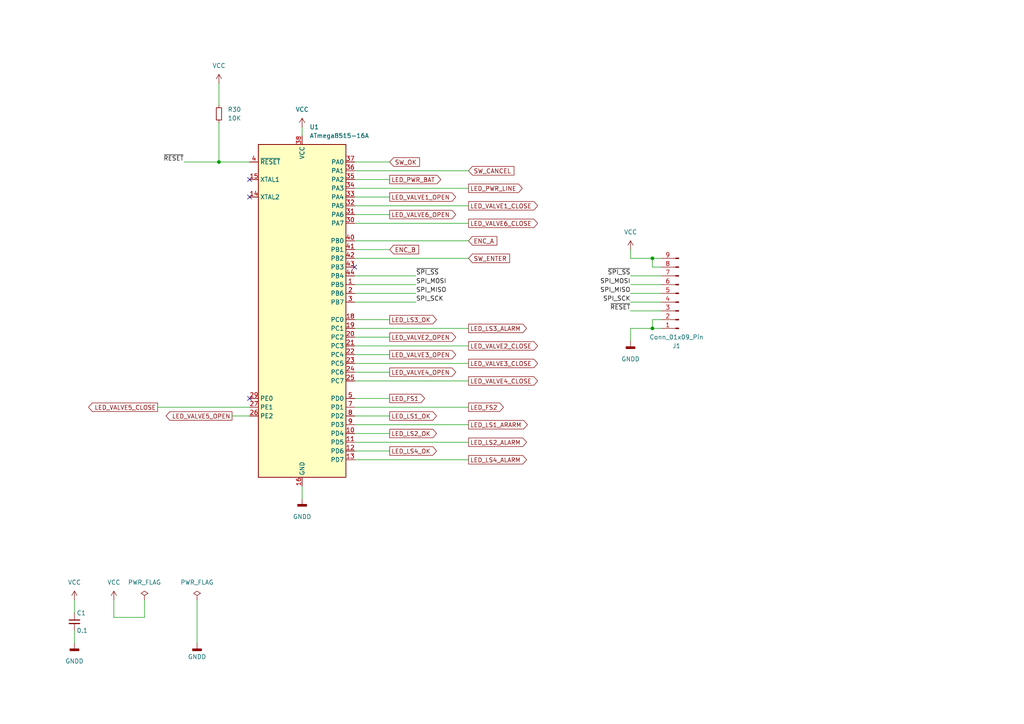
<source format=kicad_sch>
(kicad_sch
	(version 20250114)
	(generator "eeschema")
	(generator_version "9.0")
	(uuid "bac501b0-1d8b-4d84-a9b7-df348e5588fc")
	(paper "A4")
	(lib_symbols
		(symbol "Connector:Conn_01x09_Pin"
			(pin_names
				(offset 1.016)
				(hide yes)
			)
			(exclude_from_sim no)
			(in_bom yes)
			(on_board yes)
			(property "Reference" "J"
				(at 0 12.7 0)
				(effects
					(font
						(size 1.27 1.27)
					)
				)
			)
			(property "Value" "Conn_01x09_Pin"
				(at 0 -12.7 0)
				(effects
					(font
						(size 1.27 1.27)
					)
				)
			)
			(property "Footprint" ""
				(at 0 0 0)
				(effects
					(font
						(size 1.27 1.27)
					)
					(hide yes)
				)
			)
			(property "Datasheet" "~"
				(at 0 0 0)
				(effects
					(font
						(size 1.27 1.27)
					)
					(hide yes)
				)
			)
			(property "Description" "Generic connector, single row, 01x09, script generated"
				(at 0 0 0)
				(effects
					(font
						(size 1.27 1.27)
					)
					(hide yes)
				)
			)
			(property "ki_locked" ""
				(at 0 0 0)
				(effects
					(font
						(size 1.27 1.27)
					)
				)
			)
			(property "ki_keywords" "connector"
				(at 0 0 0)
				(effects
					(font
						(size 1.27 1.27)
					)
					(hide yes)
				)
			)
			(property "ki_fp_filters" "Connector*:*_1x??_*"
				(at 0 0 0)
				(effects
					(font
						(size 1.27 1.27)
					)
					(hide yes)
				)
			)
			(symbol "Conn_01x09_Pin_1_1"
				(rectangle
					(start 0.8636 10.287)
					(end 0 10.033)
					(stroke
						(width 0.1524)
						(type default)
					)
					(fill
						(type outline)
					)
				)
				(rectangle
					(start 0.8636 7.747)
					(end 0 7.493)
					(stroke
						(width 0.1524)
						(type default)
					)
					(fill
						(type outline)
					)
				)
				(rectangle
					(start 0.8636 5.207)
					(end 0 4.953)
					(stroke
						(width 0.1524)
						(type default)
					)
					(fill
						(type outline)
					)
				)
				(rectangle
					(start 0.8636 2.667)
					(end 0 2.413)
					(stroke
						(width 0.1524)
						(type default)
					)
					(fill
						(type outline)
					)
				)
				(rectangle
					(start 0.8636 0.127)
					(end 0 -0.127)
					(stroke
						(width 0.1524)
						(type default)
					)
					(fill
						(type outline)
					)
				)
				(rectangle
					(start 0.8636 -2.413)
					(end 0 -2.667)
					(stroke
						(width 0.1524)
						(type default)
					)
					(fill
						(type outline)
					)
				)
				(rectangle
					(start 0.8636 -4.953)
					(end 0 -5.207)
					(stroke
						(width 0.1524)
						(type default)
					)
					(fill
						(type outline)
					)
				)
				(rectangle
					(start 0.8636 -7.493)
					(end 0 -7.747)
					(stroke
						(width 0.1524)
						(type default)
					)
					(fill
						(type outline)
					)
				)
				(rectangle
					(start 0.8636 -10.033)
					(end 0 -10.287)
					(stroke
						(width 0.1524)
						(type default)
					)
					(fill
						(type outline)
					)
				)
				(polyline
					(pts
						(xy 1.27 10.16) (xy 0.8636 10.16)
					)
					(stroke
						(width 0.1524)
						(type default)
					)
					(fill
						(type none)
					)
				)
				(polyline
					(pts
						(xy 1.27 7.62) (xy 0.8636 7.62)
					)
					(stroke
						(width 0.1524)
						(type default)
					)
					(fill
						(type none)
					)
				)
				(polyline
					(pts
						(xy 1.27 5.08) (xy 0.8636 5.08)
					)
					(stroke
						(width 0.1524)
						(type default)
					)
					(fill
						(type none)
					)
				)
				(polyline
					(pts
						(xy 1.27 2.54) (xy 0.8636 2.54)
					)
					(stroke
						(width 0.1524)
						(type default)
					)
					(fill
						(type none)
					)
				)
				(polyline
					(pts
						(xy 1.27 0) (xy 0.8636 0)
					)
					(stroke
						(width 0.1524)
						(type default)
					)
					(fill
						(type none)
					)
				)
				(polyline
					(pts
						(xy 1.27 -2.54) (xy 0.8636 -2.54)
					)
					(stroke
						(width 0.1524)
						(type default)
					)
					(fill
						(type none)
					)
				)
				(polyline
					(pts
						(xy 1.27 -5.08) (xy 0.8636 -5.08)
					)
					(stroke
						(width 0.1524)
						(type default)
					)
					(fill
						(type none)
					)
				)
				(polyline
					(pts
						(xy 1.27 -7.62) (xy 0.8636 -7.62)
					)
					(stroke
						(width 0.1524)
						(type default)
					)
					(fill
						(type none)
					)
				)
				(polyline
					(pts
						(xy 1.27 -10.16) (xy 0.8636 -10.16)
					)
					(stroke
						(width 0.1524)
						(type default)
					)
					(fill
						(type none)
					)
				)
				(pin passive line
					(at 5.08 10.16 180)
					(length 3.81)
					(name "Pin_1"
						(effects
							(font
								(size 1.27 1.27)
							)
						)
					)
					(number "1"
						(effects
							(font
								(size 1.27 1.27)
							)
						)
					)
				)
				(pin passive line
					(at 5.08 7.62 180)
					(length 3.81)
					(name "Pin_2"
						(effects
							(font
								(size 1.27 1.27)
							)
						)
					)
					(number "2"
						(effects
							(font
								(size 1.27 1.27)
							)
						)
					)
				)
				(pin passive line
					(at 5.08 5.08 180)
					(length 3.81)
					(name "Pin_3"
						(effects
							(font
								(size 1.27 1.27)
							)
						)
					)
					(number "3"
						(effects
							(font
								(size 1.27 1.27)
							)
						)
					)
				)
				(pin passive line
					(at 5.08 2.54 180)
					(length 3.81)
					(name "Pin_4"
						(effects
							(font
								(size 1.27 1.27)
							)
						)
					)
					(number "4"
						(effects
							(font
								(size 1.27 1.27)
							)
						)
					)
				)
				(pin passive line
					(at 5.08 0 180)
					(length 3.81)
					(name "Pin_5"
						(effects
							(font
								(size 1.27 1.27)
							)
						)
					)
					(number "5"
						(effects
							(font
								(size 1.27 1.27)
							)
						)
					)
				)
				(pin passive line
					(at 5.08 -2.54 180)
					(length 3.81)
					(name "Pin_6"
						(effects
							(font
								(size 1.27 1.27)
							)
						)
					)
					(number "6"
						(effects
							(font
								(size 1.27 1.27)
							)
						)
					)
				)
				(pin passive line
					(at 5.08 -5.08 180)
					(length 3.81)
					(name "Pin_7"
						(effects
							(font
								(size 1.27 1.27)
							)
						)
					)
					(number "7"
						(effects
							(font
								(size 1.27 1.27)
							)
						)
					)
				)
				(pin passive line
					(at 5.08 -7.62 180)
					(length 3.81)
					(name "Pin_8"
						(effects
							(font
								(size 1.27 1.27)
							)
						)
					)
					(number "8"
						(effects
							(font
								(size 1.27 1.27)
							)
						)
					)
				)
				(pin passive line
					(at 5.08 -10.16 180)
					(length 3.81)
					(name "Pin_9"
						(effects
							(font
								(size 1.27 1.27)
							)
						)
					)
					(number "9"
						(effects
							(font
								(size 1.27 1.27)
							)
						)
					)
				)
			)
			(embedded_fonts no)
		)
		(symbol "Device:C_Small"
			(pin_numbers
				(hide yes)
			)
			(pin_names
				(offset 0.254)
				(hide yes)
			)
			(exclude_from_sim no)
			(in_bom yes)
			(on_board yes)
			(property "Reference" "C"
				(at 0.254 1.778 0)
				(effects
					(font
						(size 1.27 1.27)
					)
					(justify left)
				)
			)
			(property "Value" "C_Small"
				(at 0.254 -2.032 0)
				(effects
					(font
						(size 1.27 1.27)
					)
					(justify left)
				)
			)
			(property "Footprint" ""
				(at 0 0 0)
				(effects
					(font
						(size 1.27 1.27)
					)
					(hide yes)
				)
			)
			(property "Datasheet" "~"
				(at 0 0 0)
				(effects
					(font
						(size 1.27 1.27)
					)
					(hide yes)
				)
			)
			(property "Description" "Unpolarized capacitor, small symbol"
				(at 0 0 0)
				(effects
					(font
						(size 1.27 1.27)
					)
					(hide yes)
				)
			)
			(property "ki_keywords" "capacitor cap"
				(at 0 0 0)
				(effects
					(font
						(size 1.27 1.27)
					)
					(hide yes)
				)
			)
			(property "ki_fp_filters" "C_*"
				(at 0 0 0)
				(effects
					(font
						(size 1.27 1.27)
					)
					(hide yes)
				)
			)
			(symbol "C_Small_0_1"
				(polyline
					(pts
						(xy -1.524 0.508) (xy 1.524 0.508)
					)
					(stroke
						(width 0.3048)
						(type default)
					)
					(fill
						(type none)
					)
				)
				(polyline
					(pts
						(xy -1.524 -0.508) (xy 1.524 -0.508)
					)
					(stroke
						(width 0.3302)
						(type default)
					)
					(fill
						(type none)
					)
				)
			)
			(symbol "C_Small_1_1"
				(pin passive line
					(at 0 2.54 270)
					(length 2.032)
					(name "~"
						(effects
							(font
								(size 1.27 1.27)
							)
						)
					)
					(number "1"
						(effects
							(font
								(size 1.27 1.27)
							)
						)
					)
				)
				(pin passive line
					(at 0 -2.54 90)
					(length 2.032)
					(name "~"
						(effects
							(font
								(size 1.27 1.27)
							)
						)
					)
					(number "2"
						(effects
							(font
								(size 1.27 1.27)
							)
						)
					)
				)
			)
			(embedded_fonts no)
		)
		(symbol "Device:R_Small"
			(pin_numbers
				(hide yes)
			)
			(pin_names
				(offset 0.254)
				(hide yes)
			)
			(exclude_from_sim no)
			(in_bom yes)
			(on_board yes)
			(property "Reference" "R"
				(at 0 0 90)
				(effects
					(font
						(size 1.016 1.016)
					)
				)
			)
			(property "Value" "R_Small"
				(at 1.778 0 90)
				(effects
					(font
						(size 1.27 1.27)
					)
				)
			)
			(property "Footprint" ""
				(at 0 0 0)
				(effects
					(font
						(size 1.27 1.27)
					)
					(hide yes)
				)
			)
			(property "Datasheet" "~"
				(at 0 0 0)
				(effects
					(font
						(size 1.27 1.27)
					)
					(hide yes)
				)
			)
			(property "Description" "Resistor, small symbol"
				(at 0 0 0)
				(effects
					(font
						(size 1.27 1.27)
					)
					(hide yes)
				)
			)
			(property "ki_keywords" "R resistor"
				(at 0 0 0)
				(effects
					(font
						(size 1.27 1.27)
					)
					(hide yes)
				)
			)
			(property "ki_fp_filters" "R_*"
				(at 0 0 0)
				(effects
					(font
						(size 1.27 1.27)
					)
					(hide yes)
				)
			)
			(symbol "R_Small_0_1"
				(rectangle
					(start -0.762 1.778)
					(end 0.762 -1.778)
					(stroke
						(width 0.2032)
						(type default)
					)
					(fill
						(type none)
					)
				)
			)
			(symbol "R_Small_1_1"
				(pin passive line
					(at 0 2.54 270)
					(length 0.762)
					(name "~"
						(effects
							(font
								(size 1.27 1.27)
							)
						)
					)
					(number "1"
						(effects
							(font
								(size 1.27 1.27)
							)
						)
					)
				)
				(pin passive line
					(at 0 -2.54 90)
					(length 0.762)
					(name "~"
						(effects
							(font
								(size 1.27 1.27)
							)
						)
					)
					(number "2"
						(effects
							(font
								(size 1.27 1.27)
							)
						)
					)
				)
			)
			(embedded_fonts no)
		)
		(symbol "MCU_Microchip_ATmega:ATmega8515-16A"
			(exclude_from_sim no)
			(in_bom yes)
			(on_board yes)
			(property "Reference" "U"
				(at -12.7 49.53 0)
				(effects
					(font
						(size 1.27 1.27)
					)
					(justify left bottom)
				)
			)
			(property "Value" "ATmega8515-16A"
				(at 2.54 -49.53 0)
				(effects
					(font
						(size 1.27 1.27)
					)
					(justify left top)
				)
			)
			(property "Footprint" "Package_QFP:TQFP-44_10x10mm_P0.8mm"
				(at 0 0 0)
				(effects
					(font
						(size 1.27 1.27)
						(italic yes)
					)
					(hide yes)
				)
			)
			(property "Datasheet" "http://ww1.microchip.com/downloads/en/DeviceDoc/doc2512.pdf"
				(at 0 0 0)
				(effects
					(font
						(size 1.27 1.27)
					)
					(hide yes)
				)
			)
			(property "Description" "16MHz, 8kB Flash, 512B SRAM, 512B EEPROM, TQFP-44"
				(at 0 0 0)
				(effects
					(font
						(size 1.27 1.27)
					)
					(hide yes)
				)
			)
			(property "ki_keywords" "AVR 8bit Microcontroller MegaAVR"
				(at 0 0 0)
				(effects
					(font
						(size 1.27 1.27)
					)
					(hide yes)
				)
			)
			(property "ki_fp_filters" "TQFP*10x10mm*P0.8mm*"
				(at 0 0 0)
				(effects
					(font
						(size 1.27 1.27)
					)
					(hide yes)
				)
			)
			(symbol "ATmega8515-16A_0_1"
				(rectangle
					(start -12.7 -48.26)
					(end 12.7 48.26)
					(stroke
						(width 0.254)
						(type default)
					)
					(fill
						(type background)
					)
				)
			)
			(symbol "ATmega8515-16A_1_1"
				(pin input line
					(at -15.24 43.18 0)
					(length 2.54)
					(name "~{RESET}"
						(effects
							(font
								(size 1.27 1.27)
							)
						)
					)
					(number "4"
						(effects
							(font
								(size 1.27 1.27)
							)
						)
					)
				)
				(pin input line
					(at -15.24 38.1 0)
					(length 2.54)
					(name "XTAL1"
						(effects
							(font
								(size 1.27 1.27)
							)
						)
					)
					(number "15"
						(effects
							(font
								(size 1.27 1.27)
							)
						)
					)
				)
				(pin output line
					(at -15.24 33.02 0)
					(length 2.54)
					(name "XTAL2"
						(effects
							(font
								(size 1.27 1.27)
							)
						)
					)
					(number "14"
						(effects
							(font
								(size 1.27 1.27)
							)
						)
					)
				)
				(pin bidirectional line
					(at -15.24 -25.4 0)
					(length 2.54)
					(name "PE0"
						(effects
							(font
								(size 1.27 1.27)
							)
						)
					)
					(number "29"
						(effects
							(font
								(size 1.27 1.27)
							)
						)
					)
				)
				(pin bidirectional line
					(at -15.24 -27.94 0)
					(length 2.54)
					(name "PE1"
						(effects
							(font
								(size 1.27 1.27)
							)
						)
					)
					(number "27"
						(effects
							(font
								(size 1.27 1.27)
							)
						)
					)
				)
				(pin bidirectional line
					(at -15.24 -30.48 0)
					(length 2.54)
					(name "PE2"
						(effects
							(font
								(size 1.27 1.27)
							)
						)
					)
					(number "26"
						(effects
							(font
								(size 1.27 1.27)
							)
						)
					)
				)
				(pin no_connect line
					(at -12.7 -38.1 0)
					(length 2.54)
					(hide yes)
					(name "NC"
						(effects
							(font
								(size 1.27 1.27)
							)
						)
					)
					(number "6"
						(effects
							(font
								(size 1.27 1.27)
							)
						)
					)
				)
				(pin no_connect line
					(at -12.7 -40.64 0)
					(length 2.54)
					(hide yes)
					(name "NC"
						(effects
							(font
								(size 1.27 1.27)
							)
						)
					)
					(number "17"
						(effects
							(font
								(size 1.27 1.27)
							)
						)
					)
				)
				(pin no_connect line
					(at -12.7 -43.18 0)
					(length 2.54)
					(hide yes)
					(name "NC"
						(effects
							(font
								(size 1.27 1.27)
							)
						)
					)
					(number "28"
						(effects
							(font
								(size 1.27 1.27)
							)
						)
					)
				)
				(pin no_connect line
					(at -12.7 -45.72 0)
					(length 2.54)
					(hide yes)
					(name "NC"
						(effects
							(font
								(size 1.27 1.27)
							)
						)
					)
					(number "39"
						(effects
							(font
								(size 1.27 1.27)
							)
						)
					)
				)
				(pin power_in line
					(at 0 50.8 270)
					(length 2.54)
					(name "VCC"
						(effects
							(font
								(size 1.27 1.27)
							)
						)
					)
					(number "38"
						(effects
							(font
								(size 1.27 1.27)
							)
						)
					)
				)
				(pin power_in line
					(at 0 -50.8 90)
					(length 2.54)
					(name "GND"
						(effects
							(font
								(size 1.27 1.27)
							)
						)
					)
					(number "16"
						(effects
							(font
								(size 1.27 1.27)
							)
						)
					)
				)
				(pin bidirectional line
					(at 15.24 43.18 180)
					(length 2.54)
					(name "PA0"
						(effects
							(font
								(size 1.27 1.27)
							)
						)
					)
					(number "37"
						(effects
							(font
								(size 1.27 1.27)
							)
						)
					)
				)
				(pin bidirectional line
					(at 15.24 40.64 180)
					(length 2.54)
					(name "PA1"
						(effects
							(font
								(size 1.27 1.27)
							)
						)
					)
					(number "36"
						(effects
							(font
								(size 1.27 1.27)
							)
						)
					)
				)
				(pin bidirectional line
					(at 15.24 38.1 180)
					(length 2.54)
					(name "PA2"
						(effects
							(font
								(size 1.27 1.27)
							)
						)
					)
					(number "35"
						(effects
							(font
								(size 1.27 1.27)
							)
						)
					)
				)
				(pin bidirectional line
					(at 15.24 35.56 180)
					(length 2.54)
					(name "PA3"
						(effects
							(font
								(size 1.27 1.27)
							)
						)
					)
					(number "34"
						(effects
							(font
								(size 1.27 1.27)
							)
						)
					)
				)
				(pin bidirectional line
					(at 15.24 33.02 180)
					(length 2.54)
					(name "PA4"
						(effects
							(font
								(size 1.27 1.27)
							)
						)
					)
					(number "33"
						(effects
							(font
								(size 1.27 1.27)
							)
						)
					)
				)
				(pin bidirectional line
					(at 15.24 30.48 180)
					(length 2.54)
					(name "PA5"
						(effects
							(font
								(size 1.27 1.27)
							)
						)
					)
					(number "32"
						(effects
							(font
								(size 1.27 1.27)
							)
						)
					)
				)
				(pin bidirectional line
					(at 15.24 27.94 180)
					(length 2.54)
					(name "PA6"
						(effects
							(font
								(size 1.27 1.27)
							)
						)
					)
					(number "31"
						(effects
							(font
								(size 1.27 1.27)
							)
						)
					)
				)
				(pin bidirectional line
					(at 15.24 25.4 180)
					(length 2.54)
					(name "PA7"
						(effects
							(font
								(size 1.27 1.27)
							)
						)
					)
					(number "30"
						(effects
							(font
								(size 1.27 1.27)
							)
						)
					)
				)
				(pin bidirectional line
					(at 15.24 20.32 180)
					(length 2.54)
					(name "PB0"
						(effects
							(font
								(size 1.27 1.27)
							)
						)
					)
					(number "40"
						(effects
							(font
								(size 1.27 1.27)
							)
						)
					)
				)
				(pin bidirectional line
					(at 15.24 17.78 180)
					(length 2.54)
					(name "PB1"
						(effects
							(font
								(size 1.27 1.27)
							)
						)
					)
					(number "41"
						(effects
							(font
								(size 1.27 1.27)
							)
						)
					)
				)
				(pin bidirectional line
					(at 15.24 15.24 180)
					(length 2.54)
					(name "PB2"
						(effects
							(font
								(size 1.27 1.27)
							)
						)
					)
					(number "42"
						(effects
							(font
								(size 1.27 1.27)
							)
						)
					)
				)
				(pin bidirectional line
					(at 15.24 12.7 180)
					(length 2.54)
					(name "PB3"
						(effects
							(font
								(size 1.27 1.27)
							)
						)
					)
					(number "43"
						(effects
							(font
								(size 1.27 1.27)
							)
						)
					)
				)
				(pin bidirectional line
					(at 15.24 10.16 180)
					(length 2.54)
					(name "PB4"
						(effects
							(font
								(size 1.27 1.27)
							)
						)
					)
					(number "44"
						(effects
							(font
								(size 1.27 1.27)
							)
						)
					)
				)
				(pin bidirectional line
					(at 15.24 7.62 180)
					(length 2.54)
					(name "PB5"
						(effects
							(font
								(size 1.27 1.27)
							)
						)
					)
					(number "1"
						(effects
							(font
								(size 1.27 1.27)
							)
						)
					)
				)
				(pin bidirectional line
					(at 15.24 5.08 180)
					(length 2.54)
					(name "PB6"
						(effects
							(font
								(size 1.27 1.27)
							)
						)
					)
					(number "2"
						(effects
							(font
								(size 1.27 1.27)
							)
						)
					)
				)
				(pin bidirectional line
					(at 15.24 2.54 180)
					(length 2.54)
					(name "PB7"
						(effects
							(font
								(size 1.27 1.27)
							)
						)
					)
					(number "3"
						(effects
							(font
								(size 1.27 1.27)
							)
						)
					)
				)
				(pin bidirectional line
					(at 15.24 -2.54 180)
					(length 2.54)
					(name "PC0"
						(effects
							(font
								(size 1.27 1.27)
							)
						)
					)
					(number "18"
						(effects
							(font
								(size 1.27 1.27)
							)
						)
					)
				)
				(pin bidirectional line
					(at 15.24 -5.08 180)
					(length 2.54)
					(name "PC1"
						(effects
							(font
								(size 1.27 1.27)
							)
						)
					)
					(number "19"
						(effects
							(font
								(size 1.27 1.27)
							)
						)
					)
				)
				(pin bidirectional line
					(at 15.24 -7.62 180)
					(length 2.54)
					(name "PC2"
						(effects
							(font
								(size 1.27 1.27)
							)
						)
					)
					(number "20"
						(effects
							(font
								(size 1.27 1.27)
							)
						)
					)
				)
				(pin bidirectional line
					(at 15.24 -10.16 180)
					(length 2.54)
					(name "PC3"
						(effects
							(font
								(size 1.27 1.27)
							)
						)
					)
					(number "21"
						(effects
							(font
								(size 1.27 1.27)
							)
						)
					)
				)
				(pin bidirectional line
					(at 15.24 -12.7 180)
					(length 2.54)
					(name "PC4"
						(effects
							(font
								(size 1.27 1.27)
							)
						)
					)
					(number "22"
						(effects
							(font
								(size 1.27 1.27)
							)
						)
					)
				)
				(pin bidirectional line
					(at 15.24 -15.24 180)
					(length 2.54)
					(name "PC5"
						(effects
							(font
								(size 1.27 1.27)
							)
						)
					)
					(number "23"
						(effects
							(font
								(size 1.27 1.27)
							)
						)
					)
				)
				(pin bidirectional line
					(at 15.24 -17.78 180)
					(length 2.54)
					(name "PC6"
						(effects
							(font
								(size 1.27 1.27)
							)
						)
					)
					(number "24"
						(effects
							(font
								(size 1.27 1.27)
							)
						)
					)
				)
				(pin bidirectional line
					(at 15.24 -20.32 180)
					(length 2.54)
					(name "PC7"
						(effects
							(font
								(size 1.27 1.27)
							)
						)
					)
					(number "25"
						(effects
							(font
								(size 1.27 1.27)
							)
						)
					)
				)
				(pin bidirectional line
					(at 15.24 -25.4 180)
					(length 2.54)
					(name "PD0"
						(effects
							(font
								(size 1.27 1.27)
							)
						)
					)
					(number "5"
						(effects
							(font
								(size 1.27 1.27)
							)
						)
					)
				)
				(pin bidirectional line
					(at 15.24 -27.94 180)
					(length 2.54)
					(name "PD1"
						(effects
							(font
								(size 1.27 1.27)
							)
						)
					)
					(number "7"
						(effects
							(font
								(size 1.27 1.27)
							)
						)
					)
				)
				(pin bidirectional line
					(at 15.24 -30.48 180)
					(length 2.54)
					(name "PD2"
						(effects
							(font
								(size 1.27 1.27)
							)
						)
					)
					(number "8"
						(effects
							(font
								(size 1.27 1.27)
							)
						)
					)
				)
				(pin bidirectional line
					(at 15.24 -33.02 180)
					(length 2.54)
					(name "PD3"
						(effects
							(font
								(size 1.27 1.27)
							)
						)
					)
					(number "9"
						(effects
							(font
								(size 1.27 1.27)
							)
						)
					)
				)
				(pin bidirectional line
					(at 15.24 -35.56 180)
					(length 2.54)
					(name "PD4"
						(effects
							(font
								(size 1.27 1.27)
							)
						)
					)
					(number "10"
						(effects
							(font
								(size 1.27 1.27)
							)
						)
					)
				)
				(pin bidirectional line
					(at 15.24 -38.1 180)
					(length 2.54)
					(name "PD5"
						(effects
							(font
								(size 1.27 1.27)
							)
						)
					)
					(number "11"
						(effects
							(font
								(size 1.27 1.27)
							)
						)
					)
				)
				(pin bidirectional line
					(at 15.24 -40.64 180)
					(length 2.54)
					(name "PD6"
						(effects
							(font
								(size 1.27 1.27)
							)
						)
					)
					(number "12"
						(effects
							(font
								(size 1.27 1.27)
							)
						)
					)
				)
				(pin bidirectional line
					(at 15.24 -43.18 180)
					(length 2.54)
					(name "PD7"
						(effects
							(font
								(size 1.27 1.27)
							)
						)
					)
					(number "13"
						(effects
							(font
								(size 1.27 1.27)
							)
						)
					)
				)
			)
			(embedded_fonts no)
		)
		(symbol "power:GNDD"
			(power)
			(pin_numbers
				(hide yes)
			)
			(pin_names
				(offset 0)
				(hide yes)
			)
			(exclude_from_sim no)
			(in_bom yes)
			(on_board yes)
			(property "Reference" "#PWR"
				(at 0 -6.35 0)
				(effects
					(font
						(size 1.27 1.27)
					)
					(hide yes)
				)
			)
			(property "Value" "GNDD"
				(at 0 -3.175 0)
				(effects
					(font
						(size 1.27 1.27)
					)
				)
			)
			(property "Footprint" ""
				(at 0 0 0)
				(effects
					(font
						(size 1.27 1.27)
					)
					(hide yes)
				)
			)
			(property "Datasheet" ""
				(at 0 0 0)
				(effects
					(font
						(size 1.27 1.27)
					)
					(hide yes)
				)
			)
			(property "Description" "Power symbol creates a global label with name \"GNDD\" , digital ground"
				(at 0 0 0)
				(effects
					(font
						(size 1.27 1.27)
					)
					(hide yes)
				)
			)
			(property "ki_keywords" "global power"
				(at 0 0 0)
				(effects
					(font
						(size 1.27 1.27)
					)
					(hide yes)
				)
			)
			(symbol "GNDD_0_1"
				(rectangle
					(start -1.27 -1.524)
					(end 1.27 -2.032)
					(stroke
						(width 0.254)
						(type default)
					)
					(fill
						(type outline)
					)
				)
				(polyline
					(pts
						(xy 0 0) (xy 0 -1.524)
					)
					(stroke
						(width 0)
						(type default)
					)
					(fill
						(type none)
					)
				)
			)
			(symbol "GNDD_1_1"
				(pin power_in line
					(at 0 0 270)
					(length 0)
					(name "~"
						(effects
							(font
								(size 1.27 1.27)
							)
						)
					)
					(number "1"
						(effects
							(font
								(size 1.27 1.27)
							)
						)
					)
				)
			)
			(embedded_fonts no)
		)
		(symbol "power:PWR_FLAG"
			(power)
			(pin_numbers
				(hide yes)
			)
			(pin_names
				(offset 0)
				(hide yes)
			)
			(exclude_from_sim no)
			(in_bom yes)
			(on_board yes)
			(property "Reference" "#FLG"
				(at 0 1.905 0)
				(effects
					(font
						(size 1.27 1.27)
					)
					(hide yes)
				)
			)
			(property "Value" "PWR_FLAG"
				(at 0 3.81 0)
				(effects
					(font
						(size 1.27 1.27)
					)
				)
			)
			(property "Footprint" ""
				(at 0 0 0)
				(effects
					(font
						(size 1.27 1.27)
					)
					(hide yes)
				)
			)
			(property "Datasheet" "~"
				(at 0 0 0)
				(effects
					(font
						(size 1.27 1.27)
					)
					(hide yes)
				)
			)
			(property "Description" "Special symbol for telling ERC where power comes from"
				(at 0 0 0)
				(effects
					(font
						(size 1.27 1.27)
					)
					(hide yes)
				)
			)
			(property "ki_keywords" "flag power"
				(at 0 0 0)
				(effects
					(font
						(size 1.27 1.27)
					)
					(hide yes)
				)
			)
			(symbol "PWR_FLAG_0_0"
				(pin power_out line
					(at 0 0 90)
					(length 0)
					(name "~"
						(effects
							(font
								(size 1.27 1.27)
							)
						)
					)
					(number "1"
						(effects
							(font
								(size 1.27 1.27)
							)
						)
					)
				)
			)
			(symbol "PWR_FLAG_0_1"
				(polyline
					(pts
						(xy 0 0) (xy 0 1.27) (xy -1.016 1.905) (xy 0 2.54) (xy 1.016 1.905) (xy 0 1.27)
					)
					(stroke
						(width 0)
						(type default)
					)
					(fill
						(type none)
					)
				)
			)
			(embedded_fonts no)
		)
		(symbol "power:VCC"
			(power)
			(pin_numbers
				(hide yes)
			)
			(pin_names
				(offset 0)
				(hide yes)
			)
			(exclude_from_sim no)
			(in_bom yes)
			(on_board yes)
			(property "Reference" "#PWR"
				(at 0 -3.81 0)
				(effects
					(font
						(size 1.27 1.27)
					)
					(hide yes)
				)
			)
			(property "Value" "VCC"
				(at 0 3.556 0)
				(effects
					(font
						(size 1.27 1.27)
					)
				)
			)
			(property "Footprint" ""
				(at 0 0 0)
				(effects
					(font
						(size 1.27 1.27)
					)
					(hide yes)
				)
			)
			(property "Datasheet" ""
				(at 0 0 0)
				(effects
					(font
						(size 1.27 1.27)
					)
					(hide yes)
				)
			)
			(property "Description" "Power symbol creates a global label with name \"VCC\""
				(at 0 0 0)
				(effects
					(font
						(size 1.27 1.27)
					)
					(hide yes)
				)
			)
			(property "ki_keywords" "global power"
				(at 0 0 0)
				(effects
					(font
						(size 1.27 1.27)
					)
					(hide yes)
				)
			)
			(symbol "VCC_0_1"
				(polyline
					(pts
						(xy -0.762 1.27) (xy 0 2.54)
					)
					(stroke
						(width 0)
						(type default)
					)
					(fill
						(type none)
					)
				)
				(polyline
					(pts
						(xy 0 2.54) (xy 0.762 1.27)
					)
					(stroke
						(width 0)
						(type default)
					)
					(fill
						(type none)
					)
				)
				(polyline
					(pts
						(xy 0 0) (xy 0 2.54)
					)
					(stroke
						(width 0)
						(type default)
					)
					(fill
						(type none)
					)
				)
			)
			(symbol "VCC_1_1"
				(pin power_in line
					(at 0 0 90)
					(length 0)
					(name "~"
						(effects
							(font
								(size 1.27 1.27)
							)
						)
					)
					(number "1"
						(effects
							(font
								(size 1.27 1.27)
							)
						)
					)
				)
			)
			(embedded_fonts no)
		)
	)
	(junction
		(at 189.23 95.25)
		(diameter 0)
		(color 0 0 0 0)
		(uuid "4ab377cf-76ff-4b5f-9480-d65fc9514154")
	)
	(junction
		(at 189.23 74.93)
		(diameter 0)
		(color 0 0 0 0)
		(uuid "9655c12c-9ea1-4af2-9505-2caac7453634")
	)
	(junction
		(at 63.5 46.99)
		(diameter 0)
		(color 0 0 0 0)
		(uuid "9de63f5e-c7e0-4e9c-a104-5e2cae4b3e9a")
	)
	(no_connect
		(at 72.39 52.07)
		(uuid "0260a9b2-8065-428e-9407-3f2ba8eaefb4")
	)
	(no_connect
		(at 72.39 57.15)
		(uuid "276f845e-3a49-42f0-962d-f5bb7e4dabaf")
	)
	(no_connect
		(at 72.39 115.57)
		(uuid "cca1952f-8883-420e-bd6c-2c545b0be940")
	)
	(no_connect
		(at 102.87 77.47)
		(uuid "dfdad9ba-6d14-4990-b6cb-36131138bf5a")
	)
	(wire
		(pts
			(xy 135.89 128.27) (xy 102.87 128.27)
		)
		(stroke
			(width 0)
			(type default)
		)
		(uuid "0317c747-e636-4d55-8711-7ed19c8ee05b")
	)
	(wire
		(pts
			(xy 135.89 54.61) (xy 102.87 54.61)
		)
		(stroke
			(width 0)
			(type default)
		)
		(uuid "0eaf103e-4b51-407d-9e17-7127ec29a158")
	)
	(wire
		(pts
			(xy 135.89 105.41) (xy 102.87 105.41)
		)
		(stroke
			(width 0)
			(type default)
		)
		(uuid "114e2788-c7d4-457e-be2b-4b8604849bc5")
	)
	(wire
		(pts
			(xy 113.03 57.15) (xy 102.87 57.15)
		)
		(stroke
			(width 0)
			(type default)
		)
		(uuid "1980674c-13fd-426e-aa81-0af8a538a12d")
	)
	(wire
		(pts
			(xy 182.88 85.09) (xy 191.77 85.09)
		)
		(stroke
			(width 0)
			(type default)
		)
		(uuid "25e69662-0c23-40c3-bdfd-2a17c1a2a5e6")
	)
	(wire
		(pts
			(xy 191.77 95.25) (xy 189.23 95.25)
		)
		(stroke
			(width 0)
			(type default)
		)
		(uuid "31139a05-0b6e-42d4-8760-424d2e58c09b")
	)
	(wire
		(pts
			(xy 113.03 52.07) (xy 102.87 52.07)
		)
		(stroke
			(width 0)
			(type default)
		)
		(uuid "34312741-9a3c-470c-809e-b40539d23c7d")
	)
	(wire
		(pts
			(xy 135.89 110.49) (xy 102.87 110.49)
		)
		(stroke
			(width 0)
			(type default)
		)
		(uuid "39f1493e-4aae-4e85-8ec1-02cfb270c564")
	)
	(wire
		(pts
			(xy 102.87 64.77) (xy 135.89 64.77)
		)
		(stroke
			(width 0)
			(type default)
		)
		(uuid "3dbcf45a-1516-4930-8aaf-8dcda5494e5c")
	)
	(wire
		(pts
			(xy 182.88 82.55) (xy 191.77 82.55)
		)
		(stroke
			(width 0)
			(type default)
		)
		(uuid "50423124-fd62-4fed-9777-cb78a690af6d")
	)
	(wire
		(pts
			(xy 191.77 77.47) (xy 189.23 77.47)
		)
		(stroke
			(width 0)
			(type default)
		)
		(uuid "51eaca52-88b4-402e-b8a5-efa1c85a5a6a")
	)
	(wire
		(pts
			(xy 182.88 87.63) (xy 191.77 87.63)
		)
		(stroke
			(width 0)
			(type default)
		)
		(uuid "5b709677-d4c5-43ad-af25-a21fb68530d4")
	)
	(wire
		(pts
			(xy 63.5 35.56) (xy 63.5 46.99)
		)
		(stroke
			(width 0)
			(type default)
		)
		(uuid "630eb6d5-9a3d-43d3-8814-d1e0bfa49eb8")
	)
	(wire
		(pts
			(xy 120.65 80.01) (xy 102.87 80.01)
		)
		(stroke
			(width 0)
			(type default)
		)
		(uuid "63368031-a29b-409d-8c26-2c657ef1916a")
	)
	(wire
		(pts
			(xy 191.77 92.71) (xy 189.23 92.71)
		)
		(stroke
			(width 0)
			(type default)
		)
		(uuid "670b4553-efb2-44ae-b3b0-d9b79f18200e")
	)
	(wire
		(pts
			(xy 113.03 46.99) (xy 102.87 46.99)
		)
		(stroke
			(width 0)
			(type default)
		)
		(uuid "6d607b5d-d4e8-4992-822e-87a19301d6c6")
	)
	(wire
		(pts
			(xy 189.23 92.71) (xy 189.23 95.25)
		)
		(stroke
			(width 0)
			(type default)
		)
		(uuid "750db2c2-befa-4c11-b037-0070aff8ca6a")
	)
	(wire
		(pts
			(xy 113.03 115.57) (xy 102.87 115.57)
		)
		(stroke
			(width 0)
			(type default)
		)
		(uuid "7d85c4dc-ed87-4aea-b73a-42c4dc379615")
	)
	(wire
		(pts
			(xy 21.59 182.88) (xy 21.59 186.69)
		)
		(stroke
			(width 0)
			(type default)
		)
		(uuid "7e4df16b-a5c5-4941-9232-0e664dc3db2d")
	)
	(wire
		(pts
			(xy 135.89 69.85) (xy 102.87 69.85)
		)
		(stroke
			(width 0)
			(type default)
		)
		(uuid "7f6d91d7-fd8f-4982-81d7-cfc5f9990b0e")
	)
	(wire
		(pts
			(xy 87.63 140.97) (xy 87.63 144.78)
		)
		(stroke
			(width 0)
			(type default)
		)
		(uuid "8378ddf9-fefb-4b3b-8fc6-f3d29bd5b5a9")
	)
	(wire
		(pts
			(xy 113.03 130.81) (xy 102.87 130.81)
		)
		(stroke
			(width 0)
			(type default)
		)
		(uuid "84cb09d4-4696-45f0-b1a6-e9dfddaa1256")
	)
	(wire
		(pts
			(xy 191.77 74.93) (xy 189.23 74.93)
		)
		(stroke
			(width 0)
			(type default)
		)
		(uuid "87a731ce-a48d-4b33-b26d-301f1bbae5cf")
	)
	(wire
		(pts
			(xy 45.72 118.11) (xy 72.39 118.11)
		)
		(stroke
			(width 0)
			(type default)
		)
		(uuid "8f6291b2-90af-4c4d-885c-66c541787bec")
	)
	(wire
		(pts
			(xy 113.03 92.71) (xy 102.87 92.71)
		)
		(stroke
			(width 0)
			(type default)
		)
		(uuid "90a14803-1e6f-41d2-929a-de5dc1870ae5")
	)
	(wire
		(pts
			(xy 182.88 72.39) (xy 182.88 74.93)
		)
		(stroke
			(width 0)
			(type default)
		)
		(uuid "92df6124-664b-4737-8088-e36720fc3a5b")
	)
	(wire
		(pts
			(xy 135.89 49.53) (xy 102.87 49.53)
		)
		(stroke
			(width 0)
			(type default)
		)
		(uuid "9497ada2-f328-45da-a061-8a4008d7001d")
	)
	(wire
		(pts
			(xy 135.89 133.35) (xy 102.87 133.35)
		)
		(stroke
			(width 0)
			(type default)
		)
		(uuid "9645ceed-995f-485c-9ee1-5679235f364e")
	)
	(wire
		(pts
			(xy 135.89 74.93) (xy 102.87 74.93)
		)
		(stroke
			(width 0)
			(type default)
		)
		(uuid "96fdd88b-b4c0-4278-9e90-9643ee614456")
	)
	(wire
		(pts
			(xy 135.89 123.19) (xy 102.87 123.19)
		)
		(stroke
			(width 0)
			(type default)
		)
		(uuid "981f4f4e-a9b4-4c21-8f09-03020c303f07")
	)
	(wire
		(pts
			(xy 182.88 95.25) (xy 182.88 99.06)
		)
		(stroke
			(width 0)
			(type default)
		)
		(uuid "9871f411-8a97-47f4-9252-069f9cb74236")
	)
	(wire
		(pts
			(xy 189.23 95.25) (xy 182.88 95.25)
		)
		(stroke
			(width 0)
			(type default)
		)
		(uuid "9a715727-7b4e-43f6-9b98-862a16bac5ff")
	)
	(wire
		(pts
			(xy 33.02 173.99) (xy 33.02 179.07)
		)
		(stroke
			(width 0)
			(type default)
		)
		(uuid "a4d74c4f-766d-40e8-831b-de0737c0820a")
	)
	(wire
		(pts
			(xy 135.89 59.69) (xy 102.87 59.69)
		)
		(stroke
			(width 0)
			(type default)
		)
		(uuid "a56a8e04-e5a6-4746-8ca3-ad4650713c90")
	)
	(wire
		(pts
			(xy 113.03 107.95) (xy 102.87 107.95)
		)
		(stroke
			(width 0)
			(type default)
		)
		(uuid "a9553729-6d7c-4fb6-83b3-bef789dddeb0")
	)
	(wire
		(pts
			(xy 120.65 87.63) (xy 102.87 87.63)
		)
		(stroke
			(width 0)
			(type default)
		)
		(uuid "aa2bbf53-93ab-4410-8a04-8c0ecf139bf5")
	)
	(wire
		(pts
			(xy 120.65 82.55) (xy 102.87 82.55)
		)
		(stroke
			(width 0)
			(type default)
		)
		(uuid "ac4aff83-193f-4787-98c3-4a95cb9ff6d7")
	)
	(wire
		(pts
			(xy 135.89 100.33) (xy 102.87 100.33)
		)
		(stroke
			(width 0)
			(type default)
		)
		(uuid "acdfe91d-d880-452c-a0f6-97daf39716a7")
	)
	(wire
		(pts
			(xy 135.89 118.11) (xy 102.87 118.11)
		)
		(stroke
			(width 0)
			(type default)
		)
		(uuid "b541fa7b-3eb2-4004-a2aa-81928906e209")
	)
	(wire
		(pts
			(xy 120.65 85.09) (xy 102.87 85.09)
		)
		(stroke
			(width 0)
			(type default)
		)
		(uuid "b5f72993-2fe7-46aa-b8e1-7475cd80b01c")
	)
	(wire
		(pts
			(xy 135.89 95.25) (xy 102.87 95.25)
		)
		(stroke
			(width 0)
			(type default)
		)
		(uuid "b93aeb21-84bd-49d8-9c8e-e36e89225baa")
	)
	(wire
		(pts
			(xy 33.02 179.07) (xy 41.91 179.07)
		)
		(stroke
			(width 0)
			(type default)
		)
		(uuid "baf10320-0995-4301-90c5-dca9b0b9c569")
	)
	(wire
		(pts
			(xy 102.87 62.23) (xy 113.03 62.23)
		)
		(stroke
			(width 0)
			(type default)
		)
		(uuid "bdda40de-0b42-442f-8b25-1e1e0770864a")
	)
	(wire
		(pts
			(xy 57.15 173.99) (xy 57.15 186.69)
		)
		(stroke
			(width 0)
			(type default)
		)
		(uuid "bfd6fb70-0ed4-49b4-906d-57b38040bcd3")
	)
	(wire
		(pts
			(xy 182.88 90.17) (xy 191.77 90.17)
		)
		(stroke
			(width 0)
			(type default)
		)
		(uuid "c5beff16-1e98-4dc5-a6ce-7cea7b197fc3")
	)
	(wire
		(pts
			(xy 87.63 36.83) (xy 87.63 39.37)
		)
		(stroke
			(width 0)
			(type default)
		)
		(uuid "c8835e9e-3449-44d8-8a3e-9d60c5d4734e")
	)
	(wire
		(pts
			(xy 113.03 72.39) (xy 102.87 72.39)
		)
		(stroke
			(width 0)
			(type default)
		)
		(uuid "cb8058aa-f74a-4497-af79-bba6e65f0e9a")
	)
	(wire
		(pts
			(xy 21.59 173.99) (xy 21.59 177.8)
		)
		(stroke
			(width 0)
			(type default)
		)
		(uuid "ce7bf9a2-d8e0-4803-b166-062b885eb61b")
	)
	(wire
		(pts
			(xy 41.91 179.07) (xy 41.91 173.99)
		)
		(stroke
			(width 0)
			(type default)
		)
		(uuid "d2e0ed48-4017-4275-8b25-ef3c86997acf")
	)
	(wire
		(pts
			(xy 189.23 74.93) (xy 189.23 77.47)
		)
		(stroke
			(width 0)
			(type default)
		)
		(uuid "d44ec056-7e80-421c-80ef-cac5e33b8708")
	)
	(wire
		(pts
			(xy 113.03 102.87) (xy 102.87 102.87)
		)
		(stroke
			(width 0)
			(type default)
		)
		(uuid "dc94973b-b9f5-4c40-b7bf-80ac0be407cc")
	)
	(wire
		(pts
			(xy 182.88 74.93) (xy 189.23 74.93)
		)
		(stroke
			(width 0)
			(type default)
		)
		(uuid "de1d2ea7-ccf5-4c1a-aa41-f7e0eea271cb")
	)
	(wire
		(pts
			(xy 63.5 46.99) (xy 72.39 46.99)
		)
		(stroke
			(width 0)
			(type default)
		)
		(uuid "e9aee007-9a7f-47c4-a475-1b44633bb7ad")
	)
	(wire
		(pts
			(xy 63.5 24.13) (xy 63.5 30.48)
		)
		(stroke
			(width 0)
			(type default)
		)
		(uuid "ea323dd1-b00d-4ce0-956d-cb44dd2128d4")
	)
	(wire
		(pts
			(xy 67.31 120.65) (xy 72.39 120.65)
		)
		(stroke
			(width 0)
			(type default)
		)
		(uuid "ebbdc039-44bc-482e-8981-cfb20db845bb")
	)
	(wire
		(pts
			(xy 113.03 120.65) (xy 102.87 120.65)
		)
		(stroke
			(width 0)
			(type default)
		)
		(uuid "f00220c7-6fe9-46dd-9a69-66c507c087be")
	)
	(wire
		(pts
			(xy 53.34 46.99) (xy 63.5 46.99)
		)
		(stroke
			(width 0)
			(type default)
		)
		(uuid "f2203c66-d33b-4bcd-89c5-8bc358d31a1c")
	)
	(wire
		(pts
			(xy 102.87 97.79) (xy 113.03 97.79)
		)
		(stroke
			(width 0)
			(type default)
		)
		(uuid "f8562ec0-33cf-4f87-938b-806e65ed3771")
	)
	(wire
		(pts
			(xy 182.88 80.01) (xy 191.77 80.01)
		)
		(stroke
			(width 0)
			(type default)
		)
		(uuid "f9c4a2e5-bf2d-4aba-8043-3c332f3cfb70")
	)
	(wire
		(pts
			(xy 113.03 125.73) (xy 102.87 125.73)
		)
		(stroke
			(width 0)
			(type default)
		)
		(uuid "fc283ce8-572a-49d5-ab5d-60251a97a0d0")
	)
	(label "SPI_MISO"
		(at 120.65 85.09 0)
		(effects
			(font
				(size 1.27 1.27)
			)
			(justify left bottom)
		)
		(uuid "30a1deee-c0a5-4ac9-be99-689262cdb419")
	)
	(label "~{SPI_SS}"
		(at 120.65 80.01 0)
		(effects
			(font
				(size 1.27 1.27)
			)
			(justify left bottom)
		)
		(uuid "3e1a53b5-b8aa-41ed-a188-fe9483251a35")
	)
	(label "~{SPI_SS}"
		(at 182.88 80.01 180)
		(effects
			(font
				(size 1.27 1.27)
			)
			(justify right bottom)
		)
		(uuid "4f431aa8-3806-4f05-b0b6-c0fe218b0950")
	)
	(label "~{RESET}"
		(at 53.34 46.99 180)
		(effects
			(font
				(size 1.27 1.27)
			)
			(justify right bottom)
		)
		(uuid "5d50b4e2-d37b-4ca5-82ba-db0563cbeb07")
	)
	(label "SPI_SCK"
		(at 120.65 87.63 0)
		(effects
			(font
				(size 1.27 1.27)
			)
			(justify left bottom)
		)
		(uuid "68163ee5-95a5-4dcd-93d0-70a0c9f07af1")
	)
	(label "SPI_MOSI"
		(at 120.65 82.55 0)
		(effects
			(font
				(size 1.27 1.27)
			)
			(justify left bottom)
		)
		(uuid "86969de5-2207-44f6-8f0a-7da7ac97e454")
	)
	(label "SPI_MOSI"
		(at 182.88 82.55 180)
		(effects
			(font
				(size 1.27 1.27)
			)
			(justify right bottom)
		)
		(uuid "c6082b11-3a6b-4059-854a-ea7ceb741497")
	)
	(label "SPI_MISO"
		(at 182.88 85.09 180)
		(effects
			(font
				(size 1.27 1.27)
			)
			(justify right bottom)
		)
		(uuid "d161ac6d-69dd-4581-a20e-2239e648fb02")
	)
	(label "~{RESET}"
		(at 182.88 90.17 180)
		(effects
			(font
				(size 1.27 1.27)
			)
			(justify right bottom)
		)
		(uuid "ee8fdcfd-10c9-45d8-9b36-2d5332342ba3")
	)
	(label "SPI_SCK"
		(at 182.88 87.63 180)
		(effects
			(font
				(size 1.27 1.27)
			)
			(justify right bottom)
		)
		(uuid "fbe4a85b-569c-4e3a-8d8a-638c8e395228")
	)
	(global_label "LED_VALVE1_OPEN"
		(shape output)
		(at 113.03 57.15 0)
		(fields_autoplaced yes)
		(effects
			(font
				(size 1.2446 1.2446)
			)
			(justify left)
		)
		(uuid "01eb54d4-3a29-4df2-969f-27396aec4183")
		(property "Intersheetrefs" "${INTERSHEET_REFS}"
			(at 132.7278 57.15 0)
			(effects
				(font
					(size 1.2446 1.2446)
				)
				(justify left)
				(hide yes)
			)
		)
	)
	(global_label "LED_PWR_BAT"
		(shape output)
		(at 113.03 52.07 0)
		(fields_autoplaced yes)
		(effects
			(font
				(size 1.2446 1.2446)
			)
			(justify left)
		)
		(uuid "07a5b680-e892-4e4c-8323-52fb8dbcc661")
		(property "Intersheetrefs" "${INTERSHEET_REFS}"
			(at 128.4013 52.07 0)
			(effects
				(font
					(size 1.27 1.27)
				)
				(justify left)
				(hide yes)
			)
		)
	)
	(global_label "LED_VALVE3_OPEN"
		(shape output)
		(at 113.03 102.87 0)
		(fields_autoplaced yes)
		(effects
			(font
				(size 1.2446 1.2446)
			)
			(justify left)
		)
		(uuid "0a2947c0-2d48-4f6a-bb1e-a39ab1d8612a")
		(property "Intersheetrefs" "${INTERSHEET_REFS}"
			(at 132.7278 102.87 0)
			(effects
				(font
					(size 1.2446 1.2446)
				)
				(justify left)
				(hide yes)
			)
		)
	)
	(global_label "LED_VALVE1_CLOSE"
		(shape output)
		(at 135.89 59.69 0)
		(fields_autoplaced yes)
		(effects
			(font
				(size 1.2446 1.2446)
			)
			(justify left)
		)
		(uuid "11da98f7-aa42-4316-beec-9a5a5dc26cd4")
		(property "Intersheetrefs" "${INTERSHEET_REFS}"
			(at 156.4767 59.69 0)
			(effects
				(font
					(size 1.2446 1.2446)
				)
				(justify left)
				(hide yes)
			)
		)
	)
	(global_label "SW_ENTER"
		(shape input)
		(at 135.89 74.93 0)
		(fields_autoplaced yes)
		(effects
			(font
				(size 1.27 1.27)
			)
			(justify left)
		)
		(uuid "33e1f091-4f59-48fc-aada-70b40c0174a9")
		(property "Intersheetrefs" "${INTERSHEET_REFS}"
			(at 148.3698 74.93 0)
			(effects
				(font
					(size 1.27 1.27)
				)
				(justify left)
				(hide yes)
			)
		)
	)
	(global_label "LED_LS4_OK"
		(shape output)
		(at 113.03 130.81 0)
		(fields_autoplaced yes)
		(effects
			(font
				(size 1.2446 1.2446)
			)
			(justify left)
		)
		(uuid "3eddcf08-102a-4d0f-8765-c646d73b24ea")
		(property "Intersheetrefs" "${INTERSHEET_REFS}"
			(at 127.1566 130.81 0)
			(effects
				(font
					(size 1.2446 1.2446)
				)
				(justify left)
				(hide yes)
			)
		)
	)
	(global_label "LED_FS2"
		(shape output)
		(at 135.89 118.11 0)
		(fields_autoplaced yes)
		(effects
			(font
				(size 1.2446 1.2446)
			)
			(justify left)
		)
		(uuid "46acc523-aca8-4ce5-b267-d88827e5f8a2")
		(property "Intersheetrefs" "${INTERSHEET_REFS}"
			(at 146.5791 118.11 0)
			(effects
				(font
					(size 1.2446 1.2446)
				)
				(justify left)
				(hide yes)
			)
		)
	)
	(global_label "SW_OK"
		(shape input)
		(at 113.03 46.99 0)
		(fields_autoplaced yes)
		(effects
			(font
				(size 1.27 1.27)
			)
			(justify left)
		)
		(uuid "4a6dc462-53da-4ac5-a4b3-84ef56ade518")
		(property "Intersheetrefs" "${INTERSHEET_REFS}"
			(at 122.2442 46.99 0)
			(effects
				(font
					(size 1.27 1.27)
				)
				(justify left)
				(hide yes)
			)
		)
	)
	(global_label "ENC_A"
		(shape input)
		(at 135.89 69.85 0)
		(fields_autoplaced yes)
		(effects
			(font
				(size 1.27 1.27)
			)
			(justify left)
		)
		(uuid "4bb9dc0b-14d3-48d6-a07c-08342c735d76")
		(property "Intersheetrefs" "${INTERSHEET_REFS}"
			(at 144.6809 69.85 0)
			(effects
				(font
					(size 1.27 1.27)
				)
				(justify left)
				(hide yes)
			)
		)
	)
	(global_label "ENC_B"
		(shape input)
		(at 113.03 72.39 0)
		(fields_autoplaced yes)
		(effects
			(font
				(size 1.27 1.27)
			)
			(justify left)
		)
		(uuid "6091186c-36da-418e-b362-04452a7af14b")
		(property "Intersheetrefs" "${INTERSHEET_REFS}"
			(at 122.0023 72.39 0)
			(effects
				(font
					(size 1.27 1.27)
				)
				(justify left)
				(hide yes)
			)
		)
	)
	(global_label "LED_VALVE2_OPEN"
		(shape output)
		(at 113.03 97.79 0)
		(fields_autoplaced yes)
		(effects
			(font
				(size 1.2446 1.2446)
			)
			(justify left)
		)
		(uuid "60a50b45-740c-489d-bfe2-f87aa54f6474")
		(property "Intersheetrefs" "${INTERSHEET_REFS}"
			(at 132.7278 97.79 0)
			(effects
				(font
					(size 1.2446 1.2446)
				)
				(justify left)
				(hide yes)
			)
		)
	)
	(global_label "SW_CANCEL"
		(shape input)
		(at 135.89 49.53 0)
		(fields_autoplaced yes)
		(effects
			(font
				(size 1.27 1.27)
			)
			(justify left)
		)
		(uuid "7aaa746e-2e9e-4cdc-8627-850120457bbb")
		(property "Intersheetrefs" "${INTERSHEET_REFS}"
			(at 149.6399 49.53 0)
			(effects
				(font
					(size 1.27 1.27)
				)
				(justify left)
				(hide yes)
			)
		)
	)
	(global_label "LED_LS1_ARARM"
		(shape output)
		(at 135.89 123.19 0)
		(fields_autoplaced yes)
		(effects
			(font
				(size 1.2446 1.2446)
			)
			(justify left)
		)
		(uuid "81d06751-f5bd-43da-bebe-2131eefe5948")
		(property "Intersheetrefs" "${INTERSHEET_REFS}"
			(at 153.5133 123.19 0)
			(effects
				(font
					(size 1.2446 1.2446)
				)
				(justify left)
				(hide yes)
			)
		)
	)
	(global_label "LED_VALVE5_CLOSE"
		(shape output)
		(at 45.72 118.11 180)
		(fields_autoplaced yes)
		(effects
			(font
				(size 1.2446 1.2446)
			)
			(justify right)
		)
		(uuid "85d00581-f06d-4820-83fe-b0974e0a561f")
		(property "Intersheetrefs" "${INTERSHEET_REFS}"
			(at 25.1333 118.11 0)
			(effects
				(font
					(size 1.2446 1.2446)
				)
				(justify right)
				(hide yes)
			)
		)
	)
	(global_label "LED_LS3_OK"
		(shape output)
		(at 113.03 92.71 0)
		(fields_autoplaced yes)
		(effects
			(font
				(size 1.2446 1.2446)
			)
			(justify left)
		)
		(uuid "92ced143-2b46-4219-9d90-f899f0a5784e")
		(property "Intersheetrefs" "${INTERSHEET_REFS}"
			(at 127.1566 92.71 0)
			(effects
				(font
					(size 1.2446 1.2446)
				)
				(justify left)
				(hide yes)
			)
		)
	)
	(global_label "LED_LS3_ALARM"
		(shape output)
		(at 135.89 95.25 0)
		(fields_autoplaced yes)
		(effects
			(font
				(size 1.2446 1.2446)
			)
			(justify left)
		)
		(uuid "9f46237e-1734-4915-8539-20f464fc522f")
		(property "Intersheetrefs" "${INTERSHEET_REFS}"
			(at 153.2762 95.25 0)
			(effects
				(font
					(size 1.2446 1.2446)
				)
				(justify left)
				(hide yes)
			)
		)
	)
	(global_label "LED_FS1"
		(shape output)
		(at 113.03 115.57 0)
		(fields_autoplaced yes)
		(effects
			(font
				(size 1.2446 1.2446)
			)
			(justify left)
		)
		(uuid "a19c300f-9856-42f7-8ec3-c0f95a0c4f77")
		(property "Intersheetrefs" "${INTERSHEET_REFS}"
			(at 123.7191 115.57 0)
			(effects
				(font
					(size 1.2446 1.2446)
				)
				(justify left)
				(hide yes)
			)
		)
	)
	(global_label "LED_LS1_OK"
		(shape output)
		(at 113.03 120.65 0)
		(fields_autoplaced yes)
		(effects
			(font
				(size 1.2446 1.2446)
			)
			(justify left)
		)
		(uuid "a4990254-5dbe-46aa-adf2-87ce8eae2a0a")
		(property "Intersheetrefs" "${INTERSHEET_REFS}"
			(at 127.1566 120.65 0)
			(effects
				(font
					(size 1.2446 1.2446)
				)
				(justify left)
				(hide yes)
			)
		)
	)
	(global_label "LED_VALVE2_CLOSE"
		(shape output)
		(at 135.89 100.33 0)
		(fields_autoplaced yes)
		(effects
			(font
				(size 1.2446 1.2446)
			)
			(justify left)
		)
		(uuid "ac66cadf-922c-4cf4-bac4-e45c6587ec54")
		(property "Intersheetrefs" "${INTERSHEET_REFS}"
			(at 156.4767 100.33 0)
			(effects
				(font
					(size 1.2446 1.2446)
				)
				(justify left)
				(hide yes)
			)
		)
	)
	(global_label "LED_VALVE6_OPEN"
		(shape output)
		(at 113.03 62.23 0)
		(fields_autoplaced yes)
		(effects
			(font
				(size 1.2446 1.2446)
			)
			(justify left)
		)
		(uuid "b4e17ae8-131f-443d-a143-97cf166d781d")
		(property "Intersheetrefs" "${INTERSHEET_REFS}"
			(at 132.7278 62.23 0)
			(effects
				(font
					(size 1.2446 1.2446)
				)
				(justify left)
				(hide yes)
			)
		)
	)
	(global_label "LED_LS4_ALARM"
		(shape output)
		(at 135.89 133.35 0)
		(fields_autoplaced yes)
		(effects
			(font
				(size 1.2446 1.2446)
			)
			(justify left)
		)
		(uuid "bb2094df-6349-4af1-9635-1fefe1267aa9")
		(property "Intersheetrefs" "${INTERSHEET_REFS}"
			(at 153.2762 133.35 0)
			(effects
				(font
					(size 1.2446 1.2446)
				)
				(justify left)
				(hide yes)
			)
		)
	)
	(global_label "LED_VALVE5_OPEN"
		(shape output)
		(at 67.31 120.65 180)
		(fields_autoplaced yes)
		(effects
			(font
				(size 1.2446 1.2446)
			)
			(justify right)
		)
		(uuid "c0724d7a-a78a-4c87-9cac-a7d801746679")
		(property "Intersheetrefs" "${INTERSHEET_REFS}"
			(at 47.6122 120.65 0)
			(effects
				(font
					(size 1.2446 1.2446)
				)
				(justify right)
				(hide yes)
			)
		)
	)
	(global_label "LED_VALVE3_CLOSE"
		(shape output)
		(at 135.89 105.41 0)
		(fields_autoplaced yes)
		(effects
			(font
				(size 1.2446 1.2446)
			)
			(justify left)
		)
		(uuid "d0b2bc7d-1341-4615-bbf5-2876fae8029b")
		(property "Intersheetrefs" "${INTERSHEET_REFS}"
			(at 156.4767 105.41 0)
			(effects
				(font
					(size 1.2446 1.2446)
				)
				(justify left)
				(hide yes)
			)
		)
	)
	(global_label "LED_LS2_OK"
		(shape output)
		(at 113.03 125.73 0)
		(fields_autoplaced yes)
		(effects
			(font
				(size 1.2446 1.2446)
			)
			(justify left)
		)
		(uuid "d633ba2d-a98f-486c-ab3a-0b01b660250b")
		(property "Intersheetrefs" "${INTERSHEET_REFS}"
			(at 127.1566 125.73 0)
			(effects
				(font
					(size 1.2446 1.2446)
				)
				(justify left)
				(hide yes)
			)
		)
	)
	(global_label "LED_PWR_LINE"
		(shape output)
		(at 135.89 54.61 0)
		(fields_autoplaced yes)
		(effects
			(font
				(size 1.2446 1.2446)
			)
			(justify left)
		)
		(uuid "e6633bd3-3dc5-4620-af39-064d577ade5f")
		(property "Intersheetrefs" "${INTERSHEET_REFS}"
			(at 152.0318 54.61 0)
			(effects
				(font
					(size 1.27 1.27)
				)
				(justify left)
				(hide yes)
			)
		)
	)
	(global_label "LED_VALVE6_CLOSE"
		(shape output)
		(at 135.89 64.77 0)
		(fields_autoplaced yes)
		(effects
			(font
				(size 1.2446 1.2446)
			)
			(justify left)
		)
		(uuid "eff38ced-e8a1-4a8b-b9f6-4897426d92d1")
		(property "Intersheetrefs" "${INTERSHEET_REFS}"
			(at 156.4767 64.77 0)
			(effects
				(font
					(size 1.2446 1.2446)
				)
				(justify left)
				(hide yes)
			)
		)
	)
	(global_label "LED_LS2_ALARM"
		(shape output)
		(at 135.89 128.27 0)
		(fields_autoplaced yes)
		(effects
			(font
				(size 1.2446 1.2446)
			)
			(justify left)
		)
		(uuid "f7a2c145-e5d8-4d75-8acb-a28784ba0073")
		(property "Intersheetrefs" "${INTERSHEET_REFS}"
			(at 153.2762 128.27 0)
			(effects
				(font
					(size 1.2446 1.2446)
				)
				(justify left)
				(hide yes)
			)
		)
	)
	(global_label "LED_VALVE4_CLOSE"
		(shape output)
		(at 135.89 110.49 0)
		(fields_autoplaced yes)
		(effects
			(font
				(size 1.2446 1.2446)
			)
			(justify left)
		)
		(uuid "fadccd45-1350-4b3a-a16c-d3bbd89a60ae")
		(property "Intersheetrefs" "${INTERSHEET_REFS}"
			(at 156.4767 110.49 0)
			(effects
				(font
					(size 1.2446 1.2446)
				)
				(justify left)
				(hide yes)
			)
		)
	)
	(global_label "LED_VALVE4_OPEN"
		(shape output)
		(at 113.03 107.95 0)
		(fields_autoplaced yes)
		(effects
			(font
				(size 1.2446 1.2446)
			)
			(justify left)
		)
		(uuid "fddeba8b-6225-4563-b2e5-72f2022d1de5")
		(property "Intersheetrefs" "${INTERSHEET_REFS}"
			(at 132.7278 107.95 0)
			(effects
				(font
					(size 1.2446 1.2446)
				)
				(justify left)
				(hide yes)
			)
		)
	)
	(symbol
		(lib_id "power:GNDD")
		(at 57.15 186.69 0)
		(unit 1)
		(exclude_from_sim no)
		(in_bom yes)
		(on_board yes)
		(dnp no)
		(fields_autoplaced yes)
		(uuid "024645ca-c099-45a5-9ce4-b04bde4156e5")
		(property "Reference" "#PWR030"
			(at 57.15 193.04 0)
			(effects
				(font
					(size 1.27 1.27)
				)
				(hide yes)
			)
		)
		(property "Value" "GNDD"
			(at 57.15 190.5 0)
			(effects
				(font
					(size 1.27 1.27)
				)
			)
		)
		(property "Footprint" ""
			(at 57.15 186.69 0)
			(effects
				(font
					(size 1.27 1.27)
				)
				(hide yes)
			)
		)
		(property "Datasheet" ""
			(at 57.15 186.69 0)
			(effects
				(font
					(size 1.27 1.27)
				)
				(hide yes)
			)
		)
		(property "Description" "Power symbol creates a global label with name \"GNDD\" , digital ground"
			(at 57.15 186.69 0)
			(effects
				(font
					(size 1.27 1.27)
				)
				(hide yes)
			)
		)
		(pin "1"
			(uuid "8df991c9-1ea0-4af9-a0ad-3c034d2cb836")
		)
		(instances
			(project ""
				(path "/679cfdcb-a9ce-49f0-a1cd-1c31c6cbb73b/834b7220-a2be-4d3d-ab64-934b5cd0ed96"
					(reference "#PWR030")
					(unit 1)
				)
			)
		)
	)
	(symbol
		(lib_id "Device:R_Small")
		(at 63.5 33.02 180)
		(unit 1)
		(exclude_from_sim no)
		(in_bom yes)
		(on_board yes)
		(dnp no)
		(fields_autoplaced yes)
		(uuid "2a89ce26-5d82-4dcf-8358-b75526ea0bbc")
		(property "Reference" "R30"
			(at 66.04 31.7499 0)
			(effects
				(font
					(size 1.27 1.27)
				)
				(justify right)
			)
		)
		(property "Value" "10K"
			(at 66.04 34.2899 0)
			(effects
				(font
					(size 1.27 1.27)
				)
				(justify right)
			)
		)
		(property "Footprint" "Resistor_SMD:R_0805_2012Metric"
			(at 63.5 33.02 0)
			(effects
				(font
					(size 1.27 1.27)
				)
				(hide yes)
			)
		)
		(property "Datasheet" "~"
			(at 63.5 33.02 0)
			(effects
				(font
					(size 1.27 1.27)
				)
				(hide yes)
			)
		)
		(property "Description" "Resistor, small symbol"
			(at 63.5 33.02 0)
			(effects
				(font
					(size 1.27 1.27)
				)
				(hide yes)
			)
		)
		(pin "1"
			(uuid "8f8855c6-530d-45a3-b0a6-22a21257102b")
		)
		(pin "2"
			(uuid "2fa5eca7-eebb-4c79-b25f-ce577a5f3331")
		)
		(instances
			(project "plumbing_controller_ui"
				(path "/679cfdcb-a9ce-49f0-a1cd-1c31c6cbb73b/834b7220-a2be-4d3d-ab64-934b5cd0ed96"
					(reference "R30")
					(unit 1)
				)
			)
		)
	)
	(symbol
		(lib_id "power:VCC")
		(at 63.5 24.13 0)
		(unit 1)
		(exclude_from_sim no)
		(in_bom yes)
		(on_board yes)
		(dnp no)
		(fields_autoplaced yes)
		(uuid "5491a7d9-4735-40c0-81a4-93b709ef619d")
		(property "Reference" "#PWR024"
			(at 63.5 27.94 0)
			(effects
				(font
					(size 1.27 1.27)
				)
				(hide yes)
			)
		)
		(property "Value" "VCC"
			(at 63.5 19.05 0)
			(effects
				(font
					(size 1.27 1.27)
				)
			)
		)
		(property "Footprint" ""
			(at 63.5 24.13 0)
			(effects
				(font
					(size 1.27 1.27)
				)
				(hide yes)
			)
		)
		(property "Datasheet" ""
			(at 63.5 24.13 0)
			(effects
				(font
					(size 1.27 1.27)
				)
				(hide yes)
			)
		)
		(property "Description" "Power symbol creates a global label with name \"VCC\""
			(at 63.5 24.13 0)
			(effects
				(font
					(size 1.27 1.27)
				)
				(hide yes)
			)
		)
		(pin "1"
			(uuid "afaefad3-a022-48a0-bd87-bf4adefa2646")
		)
		(instances
			(project "plumbing_controller_ui"
				(path "/679cfdcb-a9ce-49f0-a1cd-1c31c6cbb73b/834b7220-a2be-4d3d-ab64-934b5cd0ed96"
					(reference "#PWR024")
					(unit 1)
				)
			)
		)
	)
	(symbol
		(lib_id "power:PWR_FLAG")
		(at 57.15 173.99 0)
		(unit 1)
		(exclude_from_sim no)
		(in_bom yes)
		(on_board yes)
		(dnp no)
		(fields_autoplaced yes)
		(uuid "5aaafbc9-3522-448c-99f6-2fcdb537f057")
		(property "Reference" "#FLG02"
			(at 57.15 172.085 0)
			(effects
				(font
					(size 1.27 1.27)
				)
				(hide yes)
			)
		)
		(property "Value" "PWR_FLAG"
			(at 57.15 168.91 0)
			(effects
				(font
					(size 1.27 1.27)
				)
			)
		)
		(property "Footprint" ""
			(at 57.15 173.99 0)
			(effects
				(font
					(size 1.27 1.27)
				)
				(hide yes)
			)
		)
		(property "Datasheet" "~"
			(at 57.15 173.99 0)
			(effects
				(font
					(size 1.27 1.27)
				)
				(hide yes)
			)
		)
		(property "Description" "Special symbol for telling ERC where power comes from"
			(at 57.15 173.99 0)
			(effects
				(font
					(size 1.27 1.27)
				)
				(hide yes)
			)
		)
		(pin "1"
			(uuid "f6412881-4e8f-49f0-bcb2-13934643002c")
		)
		(instances
			(project "plumbing_controller_ui"
				(path "/679cfdcb-a9ce-49f0-a1cd-1c31c6cbb73b/834b7220-a2be-4d3d-ab64-934b5cd0ed96"
					(reference "#FLG02")
					(unit 1)
				)
			)
		)
	)
	(symbol
		(lib_id "power:GNDD")
		(at 21.59 186.69 0)
		(unit 1)
		(exclude_from_sim no)
		(in_bom yes)
		(on_board yes)
		(dnp no)
		(fields_autoplaced yes)
		(uuid "71e0dae5-bea5-44b6-ba9a-31e3c935a13d")
		(property "Reference" "#PWR023"
			(at 21.59 193.04 0)
			(effects
				(font
					(size 1.27 1.27)
				)
				(hide yes)
			)
		)
		(property "Value" "GNDD"
			(at 21.59 191.77 0)
			(effects
				(font
					(size 1.27 1.27)
				)
			)
		)
		(property "Footprint" ""
			(at 21.59 186.69 0)
			(effects
				(font
					(size 1.27 1.27)
				)
				(hide yes)
			)
		)
		(property "Datasheet" ""
			(at 21.59 186.69 0)
			(effects
				(font
					(size 1.27 1.27)
				)
				(hide yes)
			)
		)
		(property "Description" "Power symbol creates a global label with name \"GNDD\" , digital ground"
			(at 21.59 186.69 0)
			(effects
				(font
					(size 1.27 1.27)
				)
				(hide yes)
			)
		)
		(pin "1"
			(uuid "030f52ce-9e6d-454e-87bb-68743beeb259")
		)
		(instances
			(project "plumbing_controller_ui"
				(path "/679cfdcb-a9ce-49f0-a1cd-1c31c6cbb73b/834b7220-a2be-4d3d-ab64-934b5cd0ed96"
					(reference "#PWR023")
					(unit 1)
				)
			)
		)
	)
	(symbol
		(lib_id "power:VCC")
		(at 87.63 36.83 0)
		(unit 1)
		(exclude_from_sim no)
		(in_bom yes)
		(on_board yes)
		(dnp no)
		(fields_autoplaced yes)
		(uuid "78dea7ae-8ea7-47b6-967a-719e8b42d3a1")
		(property "Reference" "#PWR025"
			(at 87.63 40.64 0)
			(effects
				(font
					(size 1.27 1.27)
				)
				(hide yes)
			)
		)
		(property "Value" "VCC"
			(at 87.63 31.75 0)
			(effects
				(font
					(size 1.27 1.27)
				)
			)
		)
		(property "Footprint" ""
			(at 87.63 36.83 0)
			(effects
				(font
					(size 1.27 1.27)
				)
				(hide yes)
			)
		)
		(property "Datasheet" ""
			(at 87.63 36.83 0)
			(effects
				(font
					(size 1.27 1.27)
				)
				(hide yes)
			)
		)
		(property "Description" "Power symbol creates a global label with name \"VCC\""
			(at 87.63 36.83 0)
			(effects
				(font
					(size 1.27 1.27)
				)
				(hide yes)
			)
		)
		(pin "1"
			(uuid "e982e7e4-dd63-4f62-98e9-92d82be79461")
		)
		(instances
			(project "plumbing_controller_ui"
				(path "/679cfdcb-a9ce-49f0-a1cd-1c31c6cbb73b/834b7220-a2be-4d3d-ab64-934b5cd0ed96"
					(reference "#PWR025")
					(unit 1)
				)
			)
		)
	)
	(symbol
		(lib_id "power:PWR_FLAG")
		(at 41.91 173.99 0)
		(unit 1)
		(exclude_from_sim no)
		(in_bom yes)
		(on_board yes)
		(dnp no)
		(fields_autoplaced yes)
		(uuid "7e5881af-6978-4f6e-936c-71fb9edb4621")
		(property "Reference" "#FLG01"
			(at 41.91 172.085 0)
			(effects
				(font
					(size 1.27 1.27)
				)
				(hide yes)
			)
		)
		(property "Value" "PWR_FLAG"
			(at 41.91 168.91 0)
			(effects
				(font
					(size 1.27 1.27)
				)
			)
		)
		(property "Footprint" ""
			(at 41.91 173.99 0)
			(effects
				(font
					(size 1.27 1.27)
				)
				(hide yes)
			)
		)
		(property "Datasheet" "~"
			(at 41.91 173.99 0)
			(effects
				(font
					(size 1.27 1.27)
				)
				(hide yes)
			)
		)
		(property "Description" "Special symbol for telling ERC where power comes from"
			(at 41.91 173.99 0)
			(effects
				(font
					(size 1.27 1.27)
				)
				(hide yes)
			)
		)
		(pin "1"
			(uuid "cc6adcd6-298d-4968-9ac8-5749928324a6")
		)
		(instances
			(project ""
				(path "/679cfdcb-a9ce-49f0-a1cd-1c31c6cbb73b/834b7220-a2be-4d3d-ab64-934b5cd0ed96"
					(reference "#FLG01")
					(unit 1)
				)
			)
		)
	)
	(symbol
		(lib_id "power:VCC")
		(at 21.59 173.99 0)
		(unit 1)
		(exclude_from_sim no)
		(in_bom yes)
		(on_board yes)
		(dnp no)
		(fields_autoplaced yes)
		(uuid "7e6585b9-82c9-4ff0-8fae-cab5114ff31c")
		(property "Reference" "#PWR022"
			(at 21.59 177.8 0)
			(effects
				(font
					(size 1.27 1.27)
				)
				(hide yes)
			)
		)
		(property "Value" "VCC"
			(at 21.59 168.91 0)
			(effects
				(font
					(size 1.27 1.27)
				)
			)
		)
		(property "Footprint" ""
			(at 21.59 173.99 0)
			(effects
				(font
					(size 1.27 1.27)
				)
				(hide yes)
			)
		)
		(property "Datasheet" ""
			(at 21.59 173.99 0)
			(effects
				(font
					(size 1.27 1.27)
				)
				(hide yes)
			)
		)
		(property "Description" "Power symbol creates a global label with name \"VCC\""
			(at 21.59 173.99 0)
			(effects
				(font
					(size 1.27 1.27)
				)
				(hide yes)
			)
		)
		(pin "1"
			(uuid "a8118480-c174-4ba4-a749-ad431e1067bb")
		)
		(instances
			(project "plumbing_controller_ui"
				(path "/679cfdcb-a9ce-49f0-a1cd-1c31c6cbb73b/834b7220-a2be-4d3d-ab64-934b5cd0ed96"
					(reference "#PWR022")
					(unit 1)
				)
			)
		)
	)
	(symbol
		(lib_id "power:VCC")
		(at 33.02 173.99 0)
		(mirror y)
		(unit 1)
		(exclude_from_sim no)
		(in_bom yes)
		(on_board yes)
		(dnp no)
		(fields_autoplaced yes)
		(uuid "8658dec1-d6b0-44ec-b8d5-ecf88f08d1f3")
		(property "Reference" "#PWR029"
			(at 33.02 177.8 0)
			(effects
				(font
					(size 1.27 1.27)
				)
				(hide yes)
			)
		)
		(property "Value" "VCC"
			(at 33.02 168.91 0)
			(effects
				(font
					(size 1.27 1.27)
				)
			)
		)
		(property "Footprint" ""
			(at 33.02 173.99 0)
			(effects
				(font
					(size 1.27 1.27)
				)
				(hide yes)
			)
		)
		(property "Datasheet" ""
			(at 33.02 173.99 0)
			(effects
				(font
					(size 1.27 1.27)
				)
				(hide yes)
			)
		)
		(property "Description" "Power symbol creates a global label with name \"VCC\""
			(at 33.02 173.99 0)
			(effects
				(font
					(size 1.27 1.27)
				)
				(hide yes)
			)
		)
		(pin "1"
			(uuid "365dd7d1-30da-4ba2-b295-6e197147ee37")
		)
		(instances
			(project "plumbing_controller_ui"
				(path "/679cfdcb-a9ce-49f0-a1cd-1c31c6cbb73b/834b7220-a2be-4d3d-ab64-934b5cd0ed96"
					(reference "#PWR029")
					(unit 1)
				)
			)
		)
	)
	(symbol
		(lib_id "power:VCC")
		(at 182.88 72.39 0)
		(mirror y)
		(unit 1)
		(exclude_from_sim no)
		(in_bom yes)
		(on_board yes)
		(dnp no)
		(fields_autoplaced yes)
		(uuid "9c2c424c-081a-4b5a-92c8-82fb0fbdaa01")
		(property "Reference" "#PWR027"
			(at 182.88 76.2 0)
			(effects
				(font
					(size 1.27 1.27)
				)
				(hide yes)
			)
		)
		(property "Value" "VCC"
			(at 182.88 67.31 0)
			(effects
				(font
					(size 1.27 1.27)
				)
			)
		)
		(property "Footprint" ""
			(at 182.88 72.39 0)
			(effects
				(font
					(size 1.27 1.27)
				)
				(hide yes)
			)
		)
		(property "Datasheet" ""
			(at 182.88 72.39 0)
			(effects
				(font
					(size 1.27 1.27)
				)
				(hide yes)
			)
		)
		(property "Description" "Power symbol creates a global label with name \"VCC\""
			(at 182.88 72.39 0)
			(effects
				(font
					(size 1.27 1.27)
				)
				(hide yes)
			)
		)
		(pin "1"
			(uuid "b1b2ed69-4f5c-48d9-9ca7-71129bc2e9f5")
		)
		(instances
			(project ""
				(path "/679cfdcb-a9ce-49f0-a1cd-1c31c6cbb73b/834b7220-a2be-4d3d-ab64-934b5cd0ed96"
					(reference "#PWR027")
					(unit 1)
				)
			)
		)
	)
	(symbol
		(lib_id "Connector:Conn_01x09_Pin")
		(at 196.85 85.09 180)
		(unit 1)
		(exclude_from_sim no)
		(in_bom yes)
		(on_board yes)
		(dnp no)
		(uuid "a2dcdc18-372a-4323-9a74-e68b95cdd6e3")
		(property "Reference" "J1"
			(at 196.215 100.33 0)
			(effects
				(font
					(size 1.27 1.27)
				)
			)
		)
		(property "Value" "Conn_01x09_Pin"
			(at 196.215 97.79 0)
			(effects
				(font
					(size 1.27 1.27)
				)
			)
		)
		(property "Footprint" "Connector_PinHeader_2.54mm:PinHeader_1x09_P2.54mm_Vertical"
			(at 196.85 85.09 0)
			(effects
				(font
					(size 1.27 1.27)
				)
				(hide yes)
			)
		)
		(property "Datasheet" "~"
			(at 196.85 85.09 0)
			(effects
				(font
					(size 1.27 1.27)
				)
				(hide yes)
			)
		)
		(property "Description" "Generic connector, single row, 01x09, script generated"
			(at 196.85 85.09 0)
			(effects
				(font
					(size 1.27 1.27)
				)
				(hide yes)
			)
		)
		(pin "9"
			(uuid "ecde830b-b576-472a-855d-3c50dec74381")
		)
		(pin "4"
			(uuid "e792efbe-4c16-4304-bf53-0248e9729b88")
		)
		(pin "5"
			(uuid "0605855c-7ecf-402e-9f33-e352e26bcced")
		)
		(pin "2"
			(uuid "b7b9a018-7cd8-4c2a-a5a2-d18f76aba216")
		)
		(pin "3"
			(uuid "63ec163b-f513-4723-a57a-3513c3f88a67")
		)
		(pin "8"
			(uuid "7de0a821-5166-4091-a19f-6ef68ae11d0e")
		)
		(pin "1"
			(uuid "1e00f170-90eb-4e3b-8dec-b672cd2b5134")
		)
		(pin "7"
			(uuid "2a0c0449-2047-4757-bb6c-e5e7cbb19bb1")
		)
		(pin "6"
			(uuid "7ea1596c-8474-4788-b598-d229fb12c98d")
		)
		(instances
			(project ""
				(path "/679cfdcb-a9ce-49f0-a1cd-1c31c6cbb73b/834b7220-a2be-4d3d-ab64-934b5cd0ed96"
					(reference "J1")
					(unit 1)
				)
			)
		)
	)
	(symbol
		(lib_id "Device:C_Small")
		(at 21.59 180.34 0)
		(unit 1)
		(exclude_from_sim no)
		(in_bom yes)
		(on_board yes)
		(dnp no)
		(uuid "c3fc47bf-0595-4925-aa3c-26e52c2f7a3b")
		(property "Reference" "C1"
			(at 22.225 177.8 0)
			(effects
				(font
					(size 1.27 1.27)
				)
				(justify left)
			)
		)
		(property "Value" "0.1"
			(at 22.225 182.88 0)
			(effects
				(font
					(size 1.27 1.27)
				)
				(justify left)
			)
		)
		(property "Footprint" "Capacitor_SMD:C_0805_2012Metric"
			(at 21.59 180.34 0)
			(effects
				(font
					(size 1.27 1.27)
				)
				(hide yes)
			)
		)
		(property "Datasheet" "~"
			(at 21.59 180.34 0)
			(effects
				(font
					(size 1.27 1.27)
				)
				(hide yes)
			)
		)
		(property "Description" ""
			(at 21.59 180.34 0)
			(effects
				(font
					(size 1.27 1.27)
				)
			)
		)
		(pin "1"
			(uuid "d99015d9-4b17-410b-90a8-d5007cce2c5a")
		)
		(pin "2"
			(uuid "8d46b671-ac3d-4142-88da-ed727b088e15")
		)
		(instances
			(project "plumbing_controller_ui"
				(path "/679cfdcb-a9ce-49f0-a1cd-1c31c6cbb73b/834b7220-a2be-4d3d-ab64-934b5cd0ed96"
					(reference "C1")
					(unit 1)
				)
			)
		)
	)
	(symbol
		(lib_id "power:GNDD")
		(at 87.63 144.78 0)
		(mirror y)
		(unit 1)
		(exclude_from_sim no)
		(in_bom yes)
		(on_board yes)
		(dnp no)
		(fields_autoplaced yes)
		(uuid "cde7c440-b2d6-4198-be4f-35d6e8898a9c")
		(property "Reference" "#PWR026"
			(at 87.63 151.13 0)
			(effects
				(font
					(size 1.27 1.27)
				)
				(hide yes)
			)
		)
		(property "Value" "GNDD"
			(at 87.63 149.86 0)
			(effects
				(font
					(size 1.27 1.27)
				)
			)
		)
		(property "Footprint" ""
			(at 87.63 144.78 0)
			(effects
				(font
					(size 1.27 1.27)
				)
				(hide yes)
			)
		)
		(property "Datasheet" ""
			(at 87.63 144.78 0)
			(effects
				(font
					(size 1.27 1.27)
				)
				(hide yes)
			)
		)
		(property "Description" "Power symbol creates a global label with name \"GNDD\" , digital ground"
			(at 87.63 144.78 0)
			(effects
				(font
					(size 1.27 1.27)
				)
				(hide yes)
			)
		)
		(pin "1"
			(uuid "2fb467ad-e532-43ff-a105-09d0f2de9710")
		)
		(instances
			(project "plumbing_controller_ui"
				(path "/679cfdcb-a9ce-49f0-a1cd-1c31c6cbb73b/834b7220-a2be-4d3d-ab64-934b5cd0ed96"
					(reference "#PWR026")
					(unit 1)
				)
			)
		)
	)
	(symbol
		(lib_id "power:GNDD")
		(at 182.88 99.06 0)
		(unit 1)
		(exclude_from_sim no)
		(in_bom yes)
		(on_board yes)
		(dnp no)
		(uuid "e6db2459-dd6f-4ea3-9103-6d49538075f0")
		(property "Reference" "#PWR028"
			(at 182.88 105.41 0)
			(effects
				(font
					(size 1.27 1.27)
				)
				(hide yes)
			)
		)
		(property "Value" "GNDD"
			(at 182.88 104.14 0)
			(effects
				(font
					(size 1.27 1.27)
				)
			)
		)
		(property "Footprint" ""
			(at 182.88 99.06 0)
			(effects
				(font
					(size 1.27 1.27)
				)
				(hide yes)
			)
		)
		(property "Datasheet" ""
			(at 182.88 99.06 0)
			(effects
				(font
					(size 1.27 1.27)
				)
				(hide yes)
			)
		)
		(property "Description" "Power symbol creates a global label with name \"GNDD\" , digital ground"
			(at 182.88 99.06 0)
			(effects
				(font
					(size 1.27 1.27)
				)
				(hide yes)
			)
		)
		(pin "1"
			(uuid "5884e201-22e5-4ab6-8dfe-103b8ecf287f")
		)
		(instances
			(project ""
				(path "/679cfdcb-a9ce-49f0-a1cd-1c31c6cbb73b/834b7220-a2be-4d3d-ab64-934b5cd0ed96"
					(reference "#PWR028")
					(unit 1)
				)
			)
		)
	)
	(symbol
		(lib_id "MCU_Microchip_ATmega:ATmega8515-16A")
		(at 87.63 90.17 0)
		(unit 1)
		(exclude_from_sim no)
		(in_bom yes)
		(on_board yes)
		(dnp no)
		(fields_autoplaced yes)
		(uuid "f850e527-af8c-41df-b919-4cdc957eb416")
		(property "Reference" "U1"
			(at 89.7733 36.83 0)
			(effects
				(font
					(size 1.27 1.27)
				)
				(justify left)
			)
		)
		(property "Value" "ATmega8515-16A"
			(at 89.7733 39.37 0)
			(effects
				(font
					(size 1.27 1.27)
				)
				(justify left)
			)
		)
		(property "Footprint" "Package_QFP:TQFP-44_10x10mm_P0.8mm"
			(at 87.63 90.17 0)
			(effects
				(font
					(size 1.27 1.27)
					(italic yes)
				)
				(hide yes)
			)
		)
		(property "Datasheet" "http://ww1.microchip.com/downloads/en/DeviceDoc/doc2512.pdf"
			(at 87.63 90.17 0)
			(effects
				(font
					(size 1.27 1.27)
				)
				(hide yes)
			)
		)
		(property "Description" "16MHz, 8kB Flash, 512B SRAM, 512B EEPROM, TQFP-44"
			(at 87.63 90.17 0)
			(effects
				(font
					(size 1.27 1.27)
				)
				(hide yes)
			)
		)
		(pin "29"
			(uuid "9d777bc0-bb0f-4878-a5a3-d0e89804226d")
		)
		(pin "17"
			(uuid "6f622a85-8821-46e2-848e-bdf1940cef98")
		)
		(pin "16"
			(uuid "b9b70149-eee2-4f48-8b8c-85e57c28024b")
		)
		(pin "37"
			(uuid "b3d85120-4d82-4a05-aa46-be7fbb8212ed")
		)
		(pin "26"
			(uuid "4878a0f3-e5ad-4006-84cd-c5f41bd009bb")
		)
		(pin "36"
			(uuid "345999d6-ceb0-4236-bffa-1b0afa5ff34f")
		)
		(pin "34"
			(uuid "0aa30c03-1ac0-4395-88e4-7c990768c5e5")
		)
		(pin "14"
			(uuid "22378fa9-6d68-45f4-9c3c-a4891bce44e4")
		)
		(pin "39"
			(uuid "1b0b388f-e112-43b9-b683-24c587a2ae47")
		)
		(pin "35"
			(uuid "106e5ff4-1b1c-43d5-a25e-d4a8f6a1ce1d")
		)
		(pin "4"
			(uuid "e138fb85-0ee6-4288-baf2-6c5fa7185b63")
		)
		(pin "28"
			(uuid "462a7ec1-2c40-48b3-a5c7-9a14206eee7c")
		)
		(pin "15"
			(uuid "beac78ef-d675-41dc-bde6-a990cc2dc852")
		)
		(pin "32"
			(uuid "81698f80-2a8c-436e-a67b-4a4b9a9df111")
		)
		(pin "6"
			(uuid "1228c77d-3964-4dcd-96be-3f2dca1ad310")
		)
		(pin "31"
			(uuid "685d7b83-944c-4acb-8d4b-e1e93e2613cd")
		)
		(pin "27"
			(uuid "a0c595d6-503a-4e45-9a3e-772a048ad731")
		)
		(pin "38"
			(uuid "a18ea9ae-e2a5-4a4d-b582-6dee0dca0e94")
		)
		(pin "33"
			(uuid "63c970e9-d0dd-4806-b24b-e8f25248926e")
		)
		(pin "30"
			(uuid "d5fbbf11-f969-4279-beed-4b6fdbd7afe4")
		)
		(pin "18"
			(uuid "afc61bc2-8c57-48b4-b6a8-3f4e4eb590d9")
		)
		(pin "5"
			(uuid "f9043998-2069-421b-91b7-81171e941a80")
		)
		(pin "42"
			(uuid "d8b89539-f6d3-4c3a-a589-921cc753868a")
		)
		(pin "2"
			(uuid "876dc2db-2e29-4def-86cb-e262f54a22b7")
		)
		(pin "41"
			(uuid "22865c96-ca78-4900-b141-92e50912ed2a")
		)
		(pin "9"
			(uuid "448121e7-78e0-45de-9888-34f1b246e072")
		)
		(pin "43"
			(uuid "17b9c583-9ab1-4462-b47b-5728b149d2b2")
		)
		(pin "7"
			(uuid "6e0eef02-06ca-4611-b89f-bb77f10a2b14")
		)
		(pin "11"
			(uuid "830f08b3-9749-47e8-9efc-76e2a308e4f0")
		)
		(pin "25"
			(uuid "11014af6-9676-47be-b81a-9c698d3074f0")
		)
		(pin "40"
			(uuid "e1353578-001d-4b01-9f73-679729fca89a")
		)
		(pin "3"
			(uuid "669aedaf-9a77-4267-966f-2d58cc2fdb50")
		)
		(pin "20"
			(uuid "78a2761e-feda-4322-8081-21dda21a7000")
		)
		(pin "21"
			(uuid "d332c234-a895-4430-883f-790a55f23d8f")
		)
		(pin "44"
			(uuid "63e63f53-a6db-4360-b378-5836f143b698")
		)
		(pin "1"
			(uuid "bf2fb40c-41b5-4383-9fbf-0c0e255b056b")
		)
		(pin "24"
			(uuid "2b886df0-54f0-4d29-bb02-81392d7ac70c")
		)
		(pin "10"
			(uuid "1366c3b0-1d33-415f-96ad-f3be2b1fff93")
		)
		(pin "19"
			(uuid "da27ef2c-42c4-4945-bf85-e43e4588c12c")
		)
		(pin "22"
			(uuid "16c75b77-4cea-400a-aa41-062b6f2c576c")
		)
		(pin "23"
			(uuid "68597fa0-6b27-4e1c-8f35-8ea8ef9efc30")
		)
		(pin "12"
			(uuid "5b90b5a6-222d-45db-849f-50ff0d3bbd4f")
		)
		(pin "8"
			(uuid "c01662f3-bf6e-40c2-9268-baf37ca8435b")
		)
		(pin "13"
			(uuid "8aa625e2-c3a4-453d-979e-b522460b5fc9")
		)
		(instances
			(project ""
				(path "/679cfdcb-a9ce-49f0-a1cd-1c31c6cbb73b/834b7220-a2be-4d3d-ab64-934b5cd0ed96"
					(reference "U1")
					(unit 1)
				)
			)
		)
	)
)

</source>
